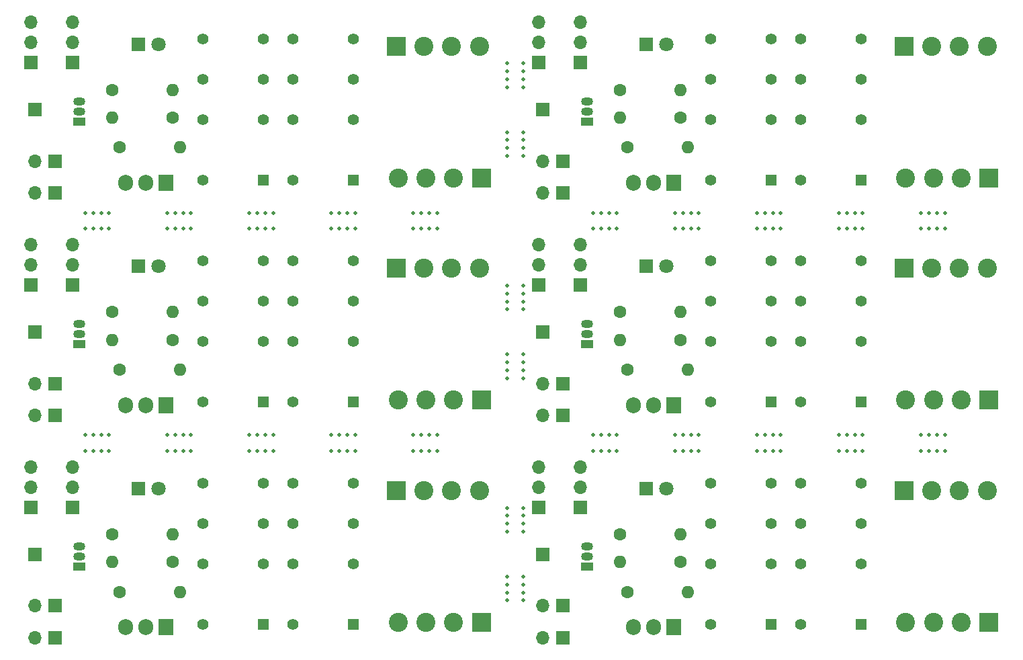
<source format=gbr>
%TF.GenerationSoftware,KiCad,Pcbnew,7.0.9*%
%TF.CreationDate,2024-06-08T21:24:25-04:00*%
%TF.ProjectId,Jackless-Panel,4a61636b-6c65-4737-932d-50616e656c2e,rev?*%
%TF.SameCoordinates,Original*%
%TF.FileFunction,Soldermask,Bot*%
%TF.FilePolarity,Negative*%
%FSLAX46Y46*%
G04 Gerber Fmt 4.6, Leading zero omitted, Abs format (unit mm)*
G04 Created by KiCad (PCBNEW 7.0.9) date 2024-06-08 21:24:25*
%MOMM*%
%LPD*%
G01*
G04 APERTURE LIST*
%ADD10C,0.500000*%
%ADD11R,1.800000X1.800000*%
%ADD12C,1.800000*%
%ADD13R,1.700000X1.700000*%
%ADD14O,1.700000X1.700000*%
%ADD15R,1.500000X1.050000*%
%ADD16O,1.500000X1.050000*%
%ADD17R,1.400000X1.400000*%
%ADD18C,1.400000*%
%ADD19C,1.600000*%
%ADD20O,1.600000X1.600000*%
%ADD21R,2.400000X2.400000*%
%ADD22C,2.400000*%
%ADD23R,1.905000X2.000000*%
%ADD24O,1.905000X2.000000*%
G04 APERTURE END LIST*
D10*
%TO.C,KiKit_MB_27_4*%
X149500000Y-55166666D03*
%TD*%
%TO.C,KiKit_MB_21_1*%
X135666666Y-48000000D03*
%TD*%
%TO.C,KiKit_MB_27_3*%
X149500000Y-56166666D03*
%TD*%
%TO.C,KiKit_MB_36_1*%
X182000000Y-74000000D03*
%TD*%
%TO.C,KiKit_MB_40_2*%
X147500000Y-92833333D03*
%TD*%
D11*
%TO.C,D1*%
X101025000Y-52750000D03*
D12*
X103565000Y-52750000D03*
%TD*%
D10*
%TO.C,KiKit_MB_3_4*%
X94333334Y-46000000D03*
%TD*%
%TO.C,KiKit_MB_23_4*%
X104666667Y-74000000D03*
%TD*%
D13*
%TO.C,Out1*%
X156750000Y-83080000D03*
D14*
X156750000Y-80540000D03*
X156750000Y-78000000D03*
%TD*%
D15*
%TO.C,QL1*%
X157610000Y-62520000D03*
D16*
X157610000Y-61250000D03*
X157610000Y-59980000D03*
%TD*%
D13*
%TO.C,J1*%
X88000000Y-33000000D03*
%TD*%
D10*
%TO.C,KiKit_MB_42_1*%
X104666667Y-76000000D03*
%TD*%
D13*
%TO.C,J3*%
X90500000Y-39500000D03*
D14*
X87960000Y-39500000D03*
%TD*%
D17*
%TO.C,Left/Mono1*%
X192120000Y-41857500D03*
D18*
X192120000Y-34237500D03*
X192120000Y-29157500D03*
X192120000Y-24077500D03*
X184500000Y-24077500D03*
X184500000Y-29157500D03*
X184500000Y-34237500D03*
X184500000Y-41857500D03*
%TD*%
D11*
%TO.C,D1*%
X101025000Y-80750000D03*
D12*
X103565000Y-80750000D03*
%TD*%
D10*
%TO.C,KiKit_MB_3_1*%
X97333334Y-46000000D03*
%TD*%
D19*
%TO.C,LGate1*%
X97690000Y-30500000D03*
D20*
X105310000Y-30500000D03*
%TD*%
D10*
%TO.C,KiKit_MB_29_1*%
X158333333Y-48000000D03*
%TD*%
%TO.C,KiKit_MB_15_2*%
X147500000Y-56166666D03*
%TD*%
%TO.C,KiKit_MB_16_1*%
X147500000Y-63833333D03*
%TD*%
%TO.C,KiKit_MB_10_1*%
X161333333Y-46000000D03*
%TD*%
%TO.C,KiKit_MB_28_3*%
X149500000Y-64833333D03*
%TD*%
%TO.C,KiKit_MB_8_3*%
X149500000Y-28166667D03*
%TD*%
%TO.C,KiKit_MB_40_1*%
X147500000Y-91833333D03*
%TD*%
%TO.C,KiKit_MB_8_4*%
X149500000Y-27166667D03*
%TD*%
%TO.C,KiKit_MB_45_3*%
X137666666Y-76000000D03*
%TD*%
D17*
%TO.C,Left/Mono1*%
X128120000Y-97857500D03*
D18*
X128120000Y-90237500D03*
X128120000Y-85157500D03*
X128120000Y-80077500D03*
X120500000Y-80077500D03*
X120500000Y-85157500D03*
X120500000Y-90237500D03*
X120500000Y-97857500D03*
%TD*%
D10*
%TO.C,KiKit_MB_19_2*%
X116000000Y-48000000D03*
%TD*%
%TO.C,KiKit_MB_22_2*%
X96333334Y-74000000D03*
%TD*%
%TO.C,KiKit_MB_37_2*%
X191333333Y-74000000D03*
%TD*%
%TO.C,KiKit_MB_43_3*%
X117000000Y-76000000D03*
%TD*%
%TO.C,KiKit_MB_33_1*%
X199666666Y-48000000D03*
%TD*%
%TO.C,KiKit_MB_25_2*%
X127333333Y-74000000D03*
%TD*%
%TO.C,KiKit_MB_48_1*%
X158333333Y-76000000D03*
%TD*%
%TO.C,KiKit_MB_38_1*%
X202666666Y-74000000D03*
%TD*%
%TO.C,KiKit_MB_28_4*%
X149500000Y-63833333D03*
%TD*%
D19*
%TO.C,LeftPD1*%
X169310000Y-90000000D03*
D20*
X161690000Y-90000000D03*
%TD*%
D17*
%TO.C,Left/Mono1*%
X128120000Y-69857500D03*
D18*
X128120000Y-62237500D03*
X128120000Y-57157500D03*
X128120000Y-52077500D03*
X120500000Y-52077500D03*
X120500000Y-57157500D03*
X120500000Y-62237500D03*
X120500000Y-69857500D03*
%TD*%
D10*
%TO.C,KiKit_MB_9_2*%
X149500000Y-37833333D03*
%TD*%
%TO.C,KiKit_MB_34_3*%
X159333333Y-74000000D03*
%TD*%
%TO.C,KiKit_MB_9_3*%
X149500000Y-36833333D03*
%TD*%
%TO.C,KiKit_MB_4_1*%
X107666667Y-46000000D03*
%TD*%
D11*
%TO.C,D1*%
X165025000Y-80750000D03*
D12*
X167565000Y-80750000D03*
%TD*%
D19*
%TO.C,LGate1*%
X161690000Y-30500000D03*
D20*
X169310000Y-30500000D03*
%TD*%
D10*
%TO.C,KiKit_MB_29_2*%
X159333333Y-48000000D03*
%TD*%
%TO.C,KiKit_MB_17_3*%
X96333334Y-48000000D03*
%TD*%
%TO.C,KiKit_MB_32_1*%
X189333333Y-48000000D03*
%TD*%
D21*
%TO.C,J5*%
X133500000Y-25000000D03*
D22*
X137000000Y-25000000D03*
X140500000Y-25000000D03*
X144000000Y-25000000D03*
%TD*%
D10*
%TO.C,KiKit_MB_15_4*%
X147500000Y-58166666D03*
%TD*%
%TO.C,KiKit_MB_41_1*%
X94333334Y-76000000D03*
%TD*%
%TO.C,KiKit_MB_4_4*%
X104666667Y-46000000D03*
%TD*%
%TO.C,KiKit_MB_41_4*%
X97333334Y-76000000D03*
%TD*%
%TO.C,KiKit_MB_18_3*%
X106666667Y-48000000D03*
%TD*%
%TO.C,KiKit_MB_18_2*%
X105666667Y-48000000D03*
%TD*%
D19*
%TO.C,LeftPD1*%
X105310000Y-62000000D03*
D20*
X97690000Y-62000000D03*
%TD*%
D10*
%TO.C,KiKit_MB_7_2*%
X137666666Y-46000000D03*
%TD*%
%TO.C,KiKit_MB_25_4*%
X125333333Y-74000000D03*
%TD*%
%TO.C,KiKit_MB_49_1*%
X168666666Y-76000000D03*
%TD*%
%TO.C,KiKit_MB_19_3*%
X117000000Y-48000000D03*
%TD*%
D19*
%TO.C,RLed1*%
X98690000Y-93750000D03*
D20*
X106310000Y-93750000D03*
%TD*%
D10*
%TO.C,KiKit_MB_44_1*%
X125333333Y-76000000D03*
%TD*%
D19*
%TO.C,LeftPD1*%
X105310000Y-34000000D03*
D20*
X97690000Y-34000000D03*
%TD*%
D10*
%TO.C,KiKit_MB_9_1*%
X149500000Y-38833333D03*
%TD*%
%TO.C,KiKit_MB_46_3*%
X149500000Y-84166666D03*
%TD*%
%TO.C,KiKit_MB_39_2*%
X147500000Y-84166666D03*
%TD*%
%TO.C,KiKit_MB_39_1*%
X147500000Y-83166666D03*
%TD*%
D17*
%TO.C,Right1*%
X180762500Y-41857500D03*
D18*
X180762500Y-34237500D03*
X180762500Y-29157500D03*
X180762500Y-24077500D03*
X173142500Y-24077500D03*
X173142500Y-29157500D03*
X173142500Y-34237500D03*
X173142500Y-41857500D03*
%TD*%
D10*
%TO.C,KiKit_MB_6_1*%
X128333333Y-46000000D03*
%TD*%
D19*
%TO.C,RLed1*%
X98690000Y-65750000D03*
D20*
X106310000Y-65750000D03*
%TD*%
D10*
%TO.C,KiKit_MB_11_2*%
X170666666Y-46000000D03*
%TD*%
%TO.C,KiKit_MB_46_2*%
X149500000Y-85166666D03*
%TD*%
%TO.C,KiKit_MB_49_2*%
X169666666Y-76000000D03*
%TD*%
%TO.C,KiKit_MB_31_3*%
X181000000Y-48000000D03*
%TD*%
%TO.C,KiKit_MB_52_1*%
X199666666Y-76000000D03*
%TD*%
D13*
%TO.C,In1*%
X87500000Y-55080000D03*
D14*
X87500000Y-52540000D03*
X87500000Y-50000000D03*
%TD*%
D10*
%TO.C,KiKit_MB_2_3*%
X147500000Y-37833333D03*
%TD*%
D13*
%TO.C,In1*%
X151500000Y-55080000D03*
D14*
X151500000Y-52540000D03*
X151500000Y-50000000D03*
%TD*%
D13*
%TO.C,J1*%
X152000000Y-89000000D03*
%TD*%
D17*
%TO.C,Left/Mono1*%
X192120000Y-69857500D03*
D18*
X192120000Y-62237500D03*
X192120000Y-57157500D03*
X192120000Y-52077500D03*
X184500000Y-52077500D03*
X184500000Y-57157500D03*
X184500000Y-62237500D03*
X184500000Y-69857500D03*
%TD*%
D10*
%TO.C,KiKit_MB_38_4*%
X199666666Y-74000000D03*
%TD*%
D21*
%TO.C,J5*%
X197500000Y-81000000D03*
D22*
X201000000Y-81000000D03*
X204500000Y-81000000D03*
X208000000Y-81000000D03*
%TD*%
D10*
%TO.C,KiKit_MB_41_3*%
X96333334Y-76000000D03*
%TD*%
%TO.C,KiKit_MB_36_3*%
X180000000Y-74000000D03*
%TD*%
D13*
%TO.C,In1*%
X87500000Y-83080000D03*
D14*
X87500000Y-80540000D03*
X87500000Y-78000000D03*
%TD*%
D19*
%TO.C,LGate1*%
X97690000Y-86500000D03*
D20*
X105310000Y-86500000D03*
%TD*%
D10*
%TO.C,KiKit_MB_18_1*%
X104666667Y-48000000D03*
%TD*%
%TO.C,KiKit_MB_37_4*%
X189333333Y-74000000D03*
%TD*%
%TO.C,KiKit_MB_16_2*%
X147500000Y-64833333D03*
%TD*%
%TO.C,KiKit_MB_21_3*%
X137666666Y-48000000D03*
%TD*%
%TO.C,KiKit_MB_7_4*%
X135666666Y-46000000D03*
%TD*%
%TO.C,KiKit_MB_9_4*%
X149500000Y-35833333D03*
%TD*%
D17*
%TO.C,Left/Mono1*%
X192120000Y-97857500D03*
D18*
X192120000Y-90237500D03*
X192120000Y-85157500D03*
X192120000Y-80077500D03*
X184500000Y-80077500D03*
X184500000Y-85157500D03*
X184500000Y-90237500D03*
X184500000Y-97857500D03*
%TD*%
D19*
%TO.C,RLed1*%
X98690000Y-37750000D03*
D20*
X106310000Y-37750000D03*
%TD*%
D21*
%TO.C,J5*%
X133500000Y-53000000D03*
D22*
X137000000Y-53000000D03*
X140500000Y-53000000D03*
X144000000Y-53000000D03*
%TD*%
D19*
%TO.C,LeftPD1*%
X169310000Y-34000000D03*
D20*
X161690000Y-34000000D03*
%TD*%
D10*
%TO.C,KiKit_MB_33_2*%
X200666666Y-48000000D03*
%TD*%
%TO.C,KiKit_MB_45_1*%
X135666666Y-76000000D03*
%TD*%
D13*
%TO.C,J2*%
X90500000Y-99500000D03*
D14*
X87960000Y-99500000D03*
%TD*%
D19*
%TO.C,RLed1*%
X162690000Y-37750000D03*
D20*
X170310000Y-37750000D03*
%TD*%
D10*
%TO.C,KiKit_MB_42_3*%
X106666667Y-76000000D03*
%TD*%
%TO.C,KiKit_MB_46_1*%
X149500000Y-86166666D03*
%TD*%
D13*
%TO.C,Out1*%
X92750000Y-27080000D03*
D14*
X92750000Y-24540000D03*
X92750000Y-22000000D03*
%TD*%
D13*
%TO.C,J1*%
X152000000Y-61000000D03*
%TD*%
D10*
%TO.C,KiKit_MB_50_2*%
X180000000Y-76000000D03*
%TD*%
%TO.C,KiKit_MB_24_2*%
X117000000Y-74000000D03*
%TD*%
%TO.C,KiKit_MB_5_2*%
X117000000Y-46000000D03*
%TD*%
%TO.C,KiKit_MB_42_4*%
X107666667Y-76000000D03*
%TD*%
D11*
%TO.C,D1*%
X165025000Y-52750000D03*
D12*
X167565000Y-52750000D03*
%TD*%
D10*
%TO.C,KiKit_MB_29_3*%
X160333333Y-48000000D03*
%TD*%
%TO.C,KiKit_MB_27_1*%
X149500000Y-58166666D03*
%TD*%
%TO.C,KiKit_MB_52_2*%
X200666666Y-76000000D03*
%TD*%
D21*
%TO.C,J4*%
X144250000Y-97600000D03*
D22*
X140750000Y-97600000D03*
X137250000Y-97600000D03*
X133750000Y-97600000D03*
%TD*%
D13*
%TO.C,Out1*%
X92750000Y-83080000D03*
D14*
X92750000Y-80540000D03*
X92750000Y-78000000D03*
%TD*%
D17*
%TO.C,Right1*%
X116762500Y-97857500D03*
D18*
X116762500Y-90237500D03*
X116762500Y-85157500D03*
X116762500Y-80077500D03*
X109142500Y-80077500D03*
X109142500Y-85157500D03*
X109142500Y-90237500D03*
X109142500Y-97857500D03*
%TD*%
D10*
%TO.C,KiKit_MB_38_2*%
X201666666Y-74000000D03*
%TD*%
%TO.C,KiKit_MB_15_3*%
X147500000Y-57166666D03*
%TD*%
%TO.C,KiKit_MB_5_1*%
X118000000Y-46000000D03*
%TD*%
%TO.C,KiKit_MB_47_4*%
X149500000Y-91833333D03*
%TD*%
%TO.C,KiKit_MB_13_1*%
X192333333Y-46000000D03*
%TD*%
%TO.C,KiKit_MB_35_4*%
X168666666Y-74000000D03*
%TD*%
%TO.C,KiKit_MB_10_3*%
X159333333Y-46000000D03*
%TD*%
%TO.C,KiKit_MB_50_3*%
X181000000Y-76000000D03*
%TD*%
D19*
%TO.C,LeftPD1*%
X169310000Y-62000000D03*
D20*
X161690000Y-62000000D03*
%TD*%
D10*
%TO.C,KiKit_MB_28_2*%
X149500000Y-65833333D03*
%TD*%
%TO.C,KiKit_MB_27_2*%
X149500000Y-57166666D03*
%TD*%
%TO.C,KiKit_MB_44_3*%
X127333333Y-76000000D03*
%TD*%
%TO.C,KiKit_MB_24_4*%
X115000000Y-74000000D03*
%TD*%
D13*
%TO.C,Out1*%
X156750000Y-27080000D03*
D14*
X156750000Y-24540000D03*
X156750000Y-22000000D03*
%TD*%
D10*
%TO.C,KiKit_MB_29_4*%
X161333333Y-48000000D03*
%TD*%
D13*
%TO.C,Out1*%
X156750000Y-55080000D03*
D14*
X156750000Y-52540000D03*
X156750000Y-50000000D03*
%TD*%
D10*
%TO.C,KiKit_MB_21_2*%
X136666666Y-48000000D03*
%TD*%
D13*
%TO.C,J2*%
X90500000Y-71500000D03*
D14*
X87960000Y-71500000D03*
%TD*%
D10*
%TO.C,KiKit_MB_34_4*%
X158333333Y-74000000D03*
%TD*%
%TO.C,KiKit_MB_6_2*%
X127333333Y-46000000D03*
%TD*%
D13*
%TO.C,J3*%
X90500000Y-95500000D03*
D14*
X87960000Y-95500000D03*
%TD*%
D10*
%TO.C,KiKit_MB_39_3*%
X147500000Y-85166666D03*
%TD*%
%TO.C,KiKit_MB_8_2*%
X149500000Y-29166667D03*
%TD*%
%TO.C,KiKit_MB_45_2*%
X136666666Y-76000000D03*
%TD*%
%TO.C,KiKit_MB_43_4*%
X118000000Y-76000000D03*
%TD*%
%TO.C,KiKit_MB_32_2*%
X190333333Y-48000000D03*
%TD*%
%TO.C,KiKit_MB_1_3*%
X147500000Y-29166667D03*
%TD*%
D13*
%TO.C,Out1*%
X92750000Y-55080000D03*
D14*
X92750000Y-52540000D03*
X92750000Y-50000000D03*
%TD*%
D13*
%TO.C,In1*%
X151500000Y-83080000D03*
D14*
X151500000Y-80540000D03*
X151500000Y-78000000D03*
%TD*%
D10*
%TO.C,KiKit_MB_35_1*%
X171666666Y-74000000D03*
%TD*%
%TO.C,KiKit_MB_35_3*%
X169666666Y-74000000D03*
%TD*%
D13*
%TO.C,J1*%
X88000000Y-61000000D03*
%TD*%
D10*
%TO.C,KiKit_MB_48_2*%
X159333333Y-76000000D03*
%TD*%
%TO.C,KiKit_MB_44_2*%
X126333333Y-76000000D03*
%TD*%
%TO.C,KiKit_MB_22_1*%
X97333334Y-74000000D03*
%TD*%
D21*
%TO.C,J4*%
X144250000Y-69600000D03*
D22*
X140750000Y-69600000D03*
X137250000Y-69600000D03*
X133750000Y-69600000D03*
%TD*%
D13*
%TO.C,J2*%
X154500000Y-99500000D03*
D14*
X151960000Y-99500000D03*
%TD*%
D10*
%TO.C,KiKit_MB_40_3*%
X147500000Y-93833333D03*
%TD*%
%TO.C,KiKit_MB_48_4*%
X161333333Y-76000000D03*
%TD*%
%TO.C,KiKit_MB_47_2*%
X149500000Y-93833333D03*
%TD*%
%TO.C,KiKit_MB_23_3*%
X105666667Y-74000000D03*
%TD*%
%TO.C,KiKit_MB_2_1*%
X147500000Y-35833333D03*
%TD*%
%TO.C,KiKit_MB_30_1*%
X168666666Y-48000000D03*
%TD*%
%TO.C,KiKit_MB_36_4*%
X179000000Y-74000000D03*
%TD*%
%TO.C,KiKit_MB_11_1*%
X171666666Y-46000000D03*
%TD*%
%TO.C,KiKit_MB_20_2*%
X126333333Y-48000000D03*
%TD*%
%TO.C,KiKit_MB_3_2*%
X96333334Y-46000000D03*
%TD*%
%TO.C,KiKit_MB_14_1*%
X202666666Y-46000000D03*
%TD*%
%TO.C,KiKit_MB_26_1*%
X138666666Y-74000000D03*
%TD*%
%TO.C,KiKit_MB_23_2*%
X106666667Y-74000000D03*
%TD*%
%TO.C,KiKit_MB_8_1*%
X149500000Y-30166667D03*
%TD*%
%TO.C,KiKit_MB_14_4*%
X199666666Y-46000000D03*
%TD*%
D13*
%TO.C,In1*%
X151500000Y-27080000D03*
D14*
X151500000Y-24540000D03*
X151500000Y-22000000D03*
%TD*%
D10*
%TO.C,KiKit_MB_51_3*%
X191333333Y-76000000D03*
%TD*%
D13*
%TO.C,J3*%
X154500000Y-67500000D03*
D14*
X151960000Y-67500000D03*
%TD*%
D10*
%TO.C,KiKit_MB_5_4*%
X115000000Y-46000000D03*
%TD*%
%TO.C,KiKit_MB_5_3*%
X116000000Y-46000000D03*
%TD*%
%TO.C,KiKit_MB_7_3*%
X136666666Y-46000000D03*
%TD*%
%TO.C,KiKit_MB_38_3*%
X200666666Y-74000000D03*
%TD*%
%TO.C,KiKit_MB_30_2*%
X169666666Y-48000000D03*
%TD*%
D19*
%TO.C,LGate1*%
X161690000Y-58500000D03*
D20*
X169310000Y-58500000D03*
%TD*%
D10*
%TO.C,KiKit_MB_13_4*%
X189333333Y-46000000D03*
%TD*%
%TO.C,KiKit_MB_17_1*%
X94333334Y-48000000D03*
%TD*%
D23*
%TO.C,U1*%
X168500000Y-70200000D03*
D24*
X165960000Y-70200000D03*
X163420000Y-70200000D03*
%TD*%
D21*
%TO.C,J5*%
X197500000Y-25000000D03*
D22*
X201000000Y-25000000D03*
X204500000Y-25000000D03*
X208000000Y-25000000D03*
%TD*%
D13*
%TO.C,J1*%
X88000000Y-89000000D03*
%TD*%
D15*
%TO.C,QL1*%
X157610000Y-90520000D03*
D16*
X157610000Y-89250000D03*
X157610000Y-87980000D03*
%TD*%
D10*
%TO.C,KiKit_MB_30_4*%
X171666666Y-48000000D03*
%TD*%
D23*
%TO.C,U1*%
X168500000Y-98200000D03*
D24*
X165960000Y-98200000D03*
X163420000Y-98200000D03*
%TD*%
D10*
%TO.C,KiKit_MB_31_4*%
X182000000Y-48000000D03*
%TD*%
%TO.C,KiKit_MB_16_3*%
X147500000Y-65833333D03*
%TD*%
%TO.C,KiKit_MB_46_4*%
X149500000Y-83166666D03*
%TD*%
D15*
%TO.C,QL1*%
X93610000Y-90520000D03*
D16*
X93610000Y-89250000D03*
X93610000Y-87980000D03*
%TD*%
D10*
%TO.C,KiKit_MB_20_1*%
X125333333Y-48000000D03*
%TD*%
%TO.C,KiKit_MB_11_4*%
X168666666Y-46000000D03*
%TD*%
%TO.C,KiKit_MB_45_4*%
X138666666Y-76000000D03*
%TD*%
%TO.C,KiKit_MB_7_1*%
X138666666Y-46000000D03*
%TD*%
%TO.C,KiKit_MB_3_3*%
X95333334Y-46000000D03*
%TD*%
%TO.C,KiKit_MB_24_3*%
X116000000Y-74000000D03*
%TD*%
D13*
%TO.C,J2*%
X90500000Y-43500000D03*
D14*
X87960000Y-43500000D03*
%TD*%
D17*
%TO.C,Right1*%
X180762500Y-69857500D03*
D18*
X180762500Y-62237500D03*
X180762500Y-57157500D03*
X180762500Y-52077500D03*
X173142500Y-52077500D03*
X173142500Y-57157500D03*
X173142500Y-62237500D03*
X173142500Y-69857500D03*
%TD*%
D10*
%TO.C,KiKit_MB_44_4*%
X128333333Y-76000000D03*
%TD*%
%TO.C,KiKit_MB_15_1*%
X147500000Y-55166666D03*
%TD*%
%TO.C,KiKit_MB_47_1*%
X149500000Y-94833333D03*
%TD*%
D11*
%TO.C,D1*%
X165025000Y-24750000D03*
D12*
X167565000Y-24750000D03*
%TD*%
D19*
%TO.C,LGate1*%
X161690000Y-86500000D03*
D20*
X169310000Y-86500000D03*
%TD*%
D10*
%TO.C,KiKit_MB_13_2*%
X191333333Y-46000000D03*
%TD*%
%TO.C,KiKit_MB_50_4*%
X182000000Y-76000000D03*
%TD*%
D21*
%TO.C,J5*%
X197500000Y-53000000D03*
D22*
X201000000Y-53000000D03*
X204500000Y-53000000D03*
X208000000Y-53000000D03*
%TD*%
D10*
%TO.C,KiKit_MB_47_3*%
X149500000Y-92833333D03*
%TD*%
D23*
%TO.C,U1*%
X104500000Y-42200000D03*
D24*
X101960000Y-42200000D03*
X99420000Y-42200000D03*
%TD*%
D10*
%TO.C,KiKit_MB_1_4*%
X147500000Y-30166667D03*
%TD*%
%TO.C,KiKit_MB_6_4*%
X125333333Y-46000000D03*
%TD*%
D11*
%TO.C,D1*%
X101025000Y-24750000D03*
D12*
X103565000Y-24750000D03*
%TD*%
D10*
%TO.C,KiKit_MB_43_2*%
X116000000Y-76000000D03*
%TD*%
%TO.C,KiKit_MB_10_2*%
X160333333Y-46000000D03*
%TD*%
%TO.C,KiKit_MB_34_1*%
X161333333Y-74000000D03*
%TD*%
%TO.C,KiKit_MB_6_3*%
X126333333Y-46000000D03*
%TD*%
%TO.C,KiKit_MB_20_3*%
X127333333Y-48000000D03*
%TD*%
D23*
%TO.C,U1*%
X104500000Y-70200000D03*
D24*
X101960000Y-70200000D03*
X99420000Y-70200000D03*
%TD*%
D10*
%TO.C,KiKit_MB_49_4*%
X171666666Y-76000000D03*
%TD*%
%TO.C,KiKit_MB_4_3*%
X105666667Y-46000000D03*
%TD*%
D19*
%TO.C,LeftPD1*%
X105310000Y-90000000D03*
D20*
X97690000Y-90000000D03*
%TD*%
D10*
%TO.C,KiKit_MB_26_2*%
X137666666Y-74000000D03*
%TD*%
%TO.C,KiKit_MB_37_1*%
X192333333Y-74000000D03*
%TD*%
%TO.C,KiKit_MB_33_4*%
X202666666Y-48000000D03*
%TD*%
%TO.C,KiKit_MB_25_1*%
X128333333Y-74000000D03*
%TD*%
%TO.C,KiKit_MB_17_2*%
X95333334Y-48000000D03*
%TD*%
%TO.C,KiKit_MB_22_3*%
X95333334Y-74000000D03*
%TD*%
D21*
%TO.C,J4*%
X208250000Y-41600000D03*
D22*
X204750000Y-41600000D03*
X201250000Y-41600000D03*
X197750000Y-41600000D03*
%TD*%
D10*
%TO.C,KiKit_MB_50_1*%
X179000000Y-76000000D03*
%TD*%
D19*
%TO.C,RLed1*%
X162690000Y-93750000D03*
D20*
X170310000Y-93750000D03*
%TD*%
D10*
%TO.C,KiKit_MB_14_2*%
X201666666Y-46000000D03*
%TD*%
D15*
%TO.C,QL1*%
X157610000Y-34520000D03*
D16*
X157610000Y-33250000D03*
X157610000Y-31980000D03*
%TD*%
D10*
%TO.C,KiKit_MB_1_1*%
X147500000Y-27166667D03*
%TD*%
%TO.C,KiKit_MB_13_3*%
X190333333Y-46000000D03*
%TD*%
D21*
%TO.C,J4*%
X208250000Y-69600000D03*
D22*
X204750000Y-69600000D03*
X201250000Y-69600000D03*
X197750000Y-69600000D03*
%TD*%
D10*
%TO.C,KiKit_MB_39_4*%
X147500000Y-86166666D03*
%TD*%
%TO.C,KiKit_MB_17_4*%
X97333334Y-48000000D03*
%TD*%
%TO.C,KiKit_MB_32_3*%
X191333333Y-48000000D03*
%TD*%
%TO.C,KiKit_MB_48_3*%
X160333333Y-76000000D03*
%TD*%
%TO.C,KiKit_MB_40_4*%
X147500000Y-94833333D03*
%TD*%
%TO.C,KiKit_MB_19_1*%
X115000000Y-48000000D03*
%TD*%
%TO.C,KiKit_MB_28_1*%
X149500000Y-66833333D03*
%TD*%
%TO.C,KiKit_MB_26_4*%
X135666666Y-74000000D03*
%TD*%
%TO.C,KiKit_MB_43_1*%
X115000000Y-76000000D03*
%TD*%
%TO.C,KiKit_MB_24_1*%
X118000000Y-74000000D03*
%TD*%
D21*
%TO.C,J4*%
X144250000Y-41600000D03*
D22*
X140750000Y-41600000D03*
X137250000Y-41600000D03*
X133750000Y-41600000D03*
%TD*%
D10*
%TO.C,KiKit_MB_1_2*%
X147500000Y-28166667D03*
%TD*%
%TO.C,KiKit_MB_26_3*%
X136666666Y-74000000D03*
%TD*%
D19*
%TO.C,RLed1*%
X162690000Y-65750000D03*
D20*
X170310000Y-65750000D03*
%TD*%
D10*
%TO.C,KiKit_MB_20_4*%
X128333333Y-48000000D03*
%TD*%
D23*
%TO.C,U1*%
X104500000Y-98200000D03*
D24*
X101960000Y-98200000D03*
X99420000Y-98200000D03*
%TD*%
D13*
%TO.C,In1*%
X87500000Y-27080000D03*
D14*
X87500000Y-24540000D03*
X87500000Y-22000000D03*
%TD*%
D10*
%TO.C,KiKit_MB_36_2*%
X181000000Y-74000000D03*
%TD*%
%TO.C,KiKit_MB_10_4*%
X158333333Y-46000000D03*
%TD*%
D13*
%TO.C,J3*%
X154500000Y-39500000D03*
D14*
X151960000Y-39500000D03*
%TD*%
D10*
%TO.C,KiKit_MB_31_1*%
X179000000Y-48000000D03*
%TD*%
%TO.C,KiKit_MB_32_4*%
X192333333Y-48000000D03*
%TD*%
%TO.C,KiKit_MB_2_2*%
X147500000Y-36833333D03*
%TD*%
%TO.C,KiKit_MB_25_3*%
X126333333Y-74000000D03*
%TD*%
%TO.C,KiKit_MB_49_3*%
X170666666Y-76000000D03*
%TD*%
%TO.C,KiKit_MB_22_4*%
X94333334Y-74000000D03*
%TD*%
%TO.C,KiKit_MB_31_2*%
X180000000Y-48000000D03*
%TD*%
%TO.C,KiKit_MB_11_3*%
X169666666Y-46000000D03*
%TD*%
%TO.C,KiKit_MB_52_4*%
X202666666Y-76000000D03*
%TD*%
%TO.C,KiKit_MB_42_2*%
X105666667Y-76000000D03*
%TD*%
%TO.C,KiKit_MB_4_2*%
X106666667Y-46000000D03*
%TD*%
%TO.C,KiKit_MB_16_4*%
X147500000Y-66833333D03*
%TD*%
D17*
%TO.C,Right1*%
X116762500Y-69857500D03*
D18*
X116762500Y-62237500D03*
X116762500Y-57157500D03*
X116762500Y-52077500D03*
X109142500Y-52077500D03*
X109142500Y-57157500D03*
X109142500Y-62237500D03*
X109142500Y-69857500D03*
%TD*%
D21*
%TO.C,J4*%
X208250000Y-97600000D03*
D22*
X204750000Y-97600000D03*
X201250000Y-97600000D03*
X197750000Y-97600000D03*
%TD*%
D10*
%TO.C,KiKit_MB_18_4*%
X107666667Y-48000000D03*
%TD*%
D15*
%TO.C,QL1*%
X93610000Y-62520000D03*
D16*
X93610000Y-61250000D03*
X93610000Y-59980000D03*
%TD*%
D13*
%TO.C,J2*%
X154500000Y-71500000D03*
D14*
X151960000Y-71500000D03*
%TD*%
D10*
%TO.C,KiKit_MB_12_4*%
X179000000Y-46000000D03*
%TD*%
D13*
%TO.C,J3*%
X90500000Y-67500000D03*
D14*
X87960000Y-67500000D03*
%TD*%
D17*
%TO.C,Right1*%
X116762500Y-41857500D03*
D18*
X116762500Y-34237500D03*
X116762500Y-29157500D03*
X116762500Y-24077500D03*
X109142500Y-24077500D03*
X109142500Y-29157500D03*
X109142500Y-34237500D03*
X109142500Y-41857500D03*
%TD*%
D10*
%TO.C,KiKit_MB_23_1*%
X107666667Y-74000000D03*
%TD*%
D23*
%TO.C,U1*%
X168500000Y-42200000D03*
D24*
X165960000Y-42200000D03*
X163420000Y-42200000D03*
%TD*%
D10*
%TO.C,KiKit_MB_37_3*%
X190333333Y-74000000D03*
%TD*%
%TO.C,KiKit_MB_30_3*%
X170666666Y-48000000D03*
%TD*%
%TO.C,KiKit_MB_21_4*%
X138666666Y-48000000D03*
%TD*%
D15*
%TO.C,QL1*%
X93610000Y-34520000D03*
D16*
X93610000Y-33250000D03*
X93610000Y-31980000D03*
%TD*%
D10*
%TO.C,KiKit_MB_52_3*%
X201666666Y-76000000D03*
%TD*%
%TO.C,KiKit_MB_51_2*%
X190333333Y-76000000D03*
%TD*%
%TO.C,KiKit_MB_41_2*%
X95333334Y-76000000D03*
%TD*%
D13*
%TO.C,J3*%
X154500000Y-95500000D03*
D14*
X151960000Y-95500000D03*
%TD*%
D10*
%TO.C,KiKit_MB_12_3*%
X180000000Y-46000000D03*
%TD*%
%TO.C,KiKit_MB_12_2*%
X181000000Y-46000000D03*
%TD*%
%TO.C,KiKit_MB_12_1*%
X182000000Y-46000000D03*
%TD*%
D19*
%TO.C,LGate1*%
X97690000Y-58500000D03*
D20*
X105310000Y-58500000D03*
%TD*%
D13*
%TO.C,J2*%
X154500000Y-43500000D03*
D14*
X151960000Y-43500000D03*
%TD*%
D21*
%TO.C,J5*%
X133500000Y-81000000D03*
D22*
X137000000Y-81000000D03*
X140500000Y-81000000D03*
X144000000Y-81000000D03*
%TD*%
D10*
%TO.C,KiKit_MB_34_2*%
X160333333Y-74000000D03*
%TD*%
%TO.C,KiKit_MB_33_3*%
X201666666Y-48000000D03*
%TD*%
D17*
%TO.C,Left/Mono1*%
X128120000Y-41857500D03*
D18*
X128120000Y-34237500D03*
X128120000Y-29157500D03*
X128120000Y-24077500D03*
X120500000Y-24077500D03*
X120500000Y-29157500D03*
X120500000Y-34237500D03*
X120500000Y-41857500D03*
%TD*%
D10*
%TO.C,KiKit_MB_35_2*%
X170666666Y-74000000D03*
%TD*%
%TO.C,KiKit_MB_14_3*%
X200666666Y-46000000D03*
%TD*%
D13*
%TO.C,J1*%
X152000000Y-33000000D03*
%TD*%
D10*
%TO.C,KiKit_MB_51_4*%
X192333333Y-76000000D03*
%TD*%
%TO.C,KiKit_MB_51_1*%
X189333333Y-76000000D03*
%TD*%
%TO.C,KiKit_MB_19_4*%
X118000000Y-48000000D03*
%TD*%
%TO.C,KiKit_MB_2_4*%
X147500000Y-38833333D03*
%TD*%
D17*
%TO.C,Right1*%
X180762500Y-97857500D03*
D18*
X180762500Y-90237500D03*
X180762500Y-85157500D03*
X180762500Y-80077500D03*
X173142500Y-80077500D03*
X173142500Y-85157500D03*
X173142500Y-90237500D03*
X173142500Y-97857500D03*
%TD*%
M02*

</source>
